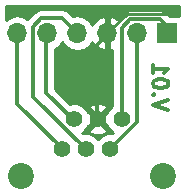
<source format=gbl>
%TF.GenerationSoftware,KiCad,Pcbnew,4.0.7*%
%TF.CreationDate,2017-11-15T17:31:17+08:00*%
%TF.ProjectId,rj12,726A31322E6B696361645F7063620000,rev?*%
%TF.FileFunction,Copper,L2,Bot,Signal*%
%FSLAX46Y46*%
G04 Gerber Fmt 4.6, Leading zero omitted, Abs format (unit mm)*
G04 Created by KiCad (PCBNEW 4.0.7) date 11/15/17 17:31:17*
%MOMM*%
%LPD*%
G01*
G04 APERTURE LIST*
%ADD10C,0.100000*%
%ADD11C,0.300000*%
%ADD12C,2.200000*%
%ADD13C,1.400000*%
%ADD14R,1.700000X1.700000*%
%ADD15O,1.700000X1.700000*%
%ADD16C,0.250000*%
%ADD17C,0.254000*%
G04 APERTURE END LIST*
D10*
D11*
X14431905Y-9490952D02*
X13131905Y-9057619D01*
X14431905Y-8624286D01*
X13255714Y-8190952D02*
X13193810Y-8129047D01*
X13131905Y-8190952D01*
X13193810Y-8252857D01*
X13255714Y-8190952D01*
X13131905Y-8190952D01*
X14431905Y-7324285D02*
X14431905Y-7200476D01*
X14370000Y-7076666D01*
X14308095Y-7014761D01*
X14184286Y-6952857D01*
X13936667Y-6890952D01*
X13627143Y-6890952D01*
X13379524Y-6952857D01*
X13255714Y-7014761D01*
X13193810Y-7076666D01*
X13131905Y-7200476D01*
X13131905Y-7324285D01*
X13193810Y-7448095D01*
X13255714Y-7509999D01*
X13379524Y-7571904D01*
X13627143Y-7633809D01*
X13936667Y-7633809D01*
X14184286Y-7571904D01*
X14308095Y-7509999D01*
X14370000Y-7448095D01*
X14431905Y-7324285D01*
X13131905Y-5652857D02*
X13131905Y-6395714D01*
X13131905Y-6024285D02*
X14431905Y-6024285D01*
X14246190Y-6148095D01*
X14122381Y-6271904D01*
X14060476Y-6395714D01*
D12*
X1950000Y-15110000D03*
X13950000Y-15110000D03*
D13*
X5410000Y-12810000D03*
X6425000Y-10270000D03*
X7440000Y-12810000D03*
X8455000Y-10270000D03*
X9470000Y-12810000D03*
X10484995Y-10270000D03*
D14*
X14350000Y-3000000D03*
D15*
X11810000Y-3000000D03*
X9270000Y-3000000D03*
X6730000Y-3000000D03*
X4190000Y-3000000D03*
X1650000Y-3000000D03*
D11*
X10484995Y-10270000D02*
X10484995Y-2549003D01*
X10484995Y-2549003D02*
X11233999Y-1799999D01*
X11233999Y-1799999D02*
X13749999Y-1799999D01*
X13749999Y-1799999D02*
X14350000Y-2400000D01*
X14350000Y-2400000D02*
X14350000Y-3000000D01*
X11810000Y-3000000D02*
X11810000Y-10470000D01*
X11810000Y-10470000D02*
X9470000Y-12810000D01*
X11960000Y-3000000D02*
X11760000Y-3200000D01*
D16*
X9270000Y-3000000D02*
X10945011Y-1324989D01*
X10945011Y-1324989D02*
X14959991Y-1324989D01*
D11*
X9420000Y-3000000D02*
X8430005Y-3989995D01*
X8430005Y-3989995D02*
X8430005Y-10245005D01*
X8430005Y-10245005D02*
X8455000Y-10270000D01*
X8430005Y-10220000D02*
X8380005Y-10270000D01*
X6730000Y-3000000D02*
X5450000Y-1720000D01*
X5450000Y-1720000D02*
X3693998Y-1720000D01*
X3693998Y-1720000D02*
X2989999Y-2423999D01*
X2990000Y-8360000D02*
X7440000Y-12810000D01*
X2989999Y-2423999D02*
X2990000Y-8360000D01*
X4090000Y-7520000D02*
X4090000Y-3250000D01*
X4090000Y-7520000D02*
X4090000Y-8009995D01*
X4090000Y-7689995D02*
X4090000Y-7520000D01*
X4090000Y-8009995D02*
X6350005Y-10270000D01*
X4090000Y-3250000D02*
X4340000Y-3000000D01*
X1650000Y-3000000D02*
X1650000Y-8990000D01*
X1650000Y-8990000D02*
X1655000Y-8985000D01*
X5410000Y-12740000D02*
X5410000Y-12810000D01*
X1655000Y-8985000D02*
X5410000Y-12740000D01*
X1800000Y-3000000D02*
X1620000Y-3180000D01*
D17*
G36*
X15326992Y-1528277D02*
X15200000Y-1502560D01*
X14562718Y-1502560D01*
X14305078Y-1244920D01*
X14050406Y-1074754D01*
X13749999Y-1014999D01*
X11234004Y-1014999D01*
X11233999Y-1014998D01*
X10933593Y-1074754D01*
X10678920Y-1244920D01*
X10119882Y-1803958D01*
X10036924Y-1728355D01*
X9626890Y-1558524D01*
X9397000Y-1679845D01*
X9397000Y-2873000D01*
X9417000Y-2873000D01*
X9417000Y-3127000D01*
X9397000Y-3127000D01*
X9397000Y-4320155D01*
X9626890Y-4441476D01*
X9699995Y-4411197D01*
X9699995Y-9167301D01*
X9353897Y-9512796D01*
X9326975Y-9577631D01*
X8634605Y-10270000D01*
X9326343Y-10961737D01*
X9352577Y-11025229D01*
X9727791Y-11401098D01*
X9756728Y-11413114D01*
X9694647Y-11475195D01*
X9205617Y-11474769D01*
X8714771Y-11677582D01*
X8454876Y-11937024D01*
X8197204Y-11678902D01*
X7706713Y-11475232D01*
X7214961Y-11474803D01*
X7153585Y-11413427D01*
X7180229Y-11402418D01*
X7377716Y-11205275D01*
X7699331Y-11205275D01*
X7761169Y-11441042D01*
X8262122Y-11617419D01*
X8792440Y-11588664D01*
X9148831Y-11441042D01*
X9210669Y-11205275D01*
X8455000Y-10449605D01*
X7699331Y-11205275D01*
X7377716Y-11205275D01*
X7556098Y-11027204D01*
X7583016Y-10962378D01*
X8275395Y-10270000D01*
X7583649Y-9578255D01*
X7557418Y-9514771D01*
X7377686Y-9334725D01*
X7699331Y-9334725D01*
X8455000Y-10090395D01*
X9210669Y-9334725D01*
X9148831Y-9098958D01*
X8647878Y-8922581D01*
X8117560Y-8951336D01*
X7761169Y-9098958D01*
X7699331Y-9334725D01*
X7377686Y-9334725D01*
X7182204Y-9138902D01*
X6691713Y-8935232D01*
X6160617Y-8934769D01*
X6135366Y-8945203D01*
X4875000Y-7684837D01*
X4875000Y-4323068D01*
X5240054Y-4079147D01*
X5460000Y-3749974D01*
X5679946Y-4079147D01*
X6161715Y-4401054D01*
X6730000Y-4514093D01*
X7298285Y-4401054D01*
X7780054Y-4079147D01*
X8007702Y-3738447D01*
X8074817Y-3881358D01*
X8503076Y-4271645D01*
X8913110Y-4441476D01*
X9143000Y-4320155D01*
X9143000Y-3127000D01*
X9123000Y-3127000D01*
X9123000Y-2873000D01*
X9143000Y-2873000D01*
X9143000Y-1679845D01*
X8913110Y-1558524D01*
X8503076Y-1728355D01*
X8074817Y-2118642D01*
X8007702Y-2261553D01*
X7780054Y-1920853D01*
X7298285Y-1598946D01*
X6730000Y-1485907D01*
X6393082Y-1552924D01*
X6005079Y-1164921D01*
X5750407Y-994755D01*
X5450000Y-935000D01*
X3693998Y-935000D01*
X3393592Y-994755D01*
X3138919Y-1164921D01*
X2509986Y-1793854D01*
X2218285Y-1598946D01*
X1650000Y-1485907D01*
X1081715Y-1598946D01*
X687428Y-1862399D01*
X685893Y-685000D01*
X15325893Y-685000D01*
X15326992Y-1528277D01*
X15326992Y-1528277D01*
G37*
X15326992Y-1528277D02*
X15200000Y-1502560D01*
X14562718Y-1502560D01*
X14305078Y-1244920D01*
X14050406Y-1074754D01*
X13749999Y-1014999D01*
X11234004Y-1014999D01*
X11233999Y-1014998D01*
X10933593Y-1074754D01*
X10678920Y-1244920D01*
X10119882Y-1803958D01*
X10036924Y-1728355D01*
X9626890Y-1558524D01*
X9397000Y-1679845D01*
X9397000Y-2873000D01*
X9417000Y-2873000D01*
X9417000Y-3127000D01*
X9397000Y-3127000D01*
X9397000Y-4320155D01*
X9626890Y-4441476D01*
X9699995Y-4411197D01*
X9699995Y-9167301D01*
X9353897Y-9512796D01*
X9326975Y-9577631D01*
X8634605Y-10270000D01*
X9326343Y-10961737D01*
X9352577Y-11025229D01*
X9727791Y-11401098D01*
X9756728Y-11413114D01*
X9694647Y-11475195D01*
X9205617Y-11474769D01*
X8714771Y-11677582D01*
X8454876Y-11937024D01*
X8197204Y-11678902D01*
X7706713Y-11475232D01*
X7214961Y-11474803D01*
X7153585Y-11413427D01*
X7180229Y-11402418D01*
X7377716Y-11205275D01*
X7699331Y-11205275D01*
X7761169Y-11441042D01*
X8262122Y-11617419D01*
X8792440Y-11588664D01*
X9148831Y-11441042D01*
X9210669Y-11205275D01*
X8455000Y-10449605D01*
X7699331Y-11205275D01*
X7377716Y-11205275D01*
X7556098Y-11027204D01*
X7583016Y-10962378D01*
X8275395Y-10270000D01*
X7583649Y-9578255D01*
X7557418Y-9514771D01*
X7377686Y-9334725D01*
X7699331Y-9334725D01*
X8455000Y-10090395D01*
X9210669Y-9334725D01*
X9148831Y-9098958D01*
X8647878Y-8922581D01*
X8117560Y-8951336D01*
X7761169Y-9098958D01*
X7699331Y-9334725D01*
X7377686Y-9334725D01*
X7182204Y-9138902D01*
X6691713Y-8935232D01*
X6160617Y-8934769D01*
X6135366Y-8945203D01*
X4875000Y-7684837D01*
X4875000Y-4323068D01*
X5240054Y-4079147D01*
X5460000Y-3749974D01*
X5679946Y-4079147D01*
X6161715Y-4401054D01*
X6730000Y-4514093D01*
X7298285Y-4401054D01*
X7780054Y-4079147D01*
X8007702Y-3738447D01*
X8074817Y-3881358D01*
X8503076Y-4271645D01*
X8913110Y-4441476D01*
X9143000Y-4320155D01*
X9143000Y-3127000D01*
X9123000Y-3127000D01*
X9123000Y-2873000D01*
X9143000Y-2873000D01*
X9143000Y-1679845D01*
X8913110Y-1558524D01*
X8503076Y-1728355D01*
X8074817Y-2118642D01*
X8007702Y-2261553D01*
X7780054Y-1920853D01*
X7298285Y-1598946D01*
X6730000Y-1485907D01*
X6393082Y-1552924D01*
X6005079Y-1164921D01*
X5750407Y-994755D01*
X5450000Y-935000D01*
X3693998Y-935000D01*
X3393592Y-994755D01*
X3138919Y-1164921D01*
X2509986Y-1793854D01*
X2218285Y-1598946D01*
X1650000Y-1485907D01*
X1081715Y-1598946D01*
X687428Y-1862399D01*
X685893Y-685000D01*
X15325893Y-685000D01*
X15326992Y-1528277D01*
M02*

</source>
